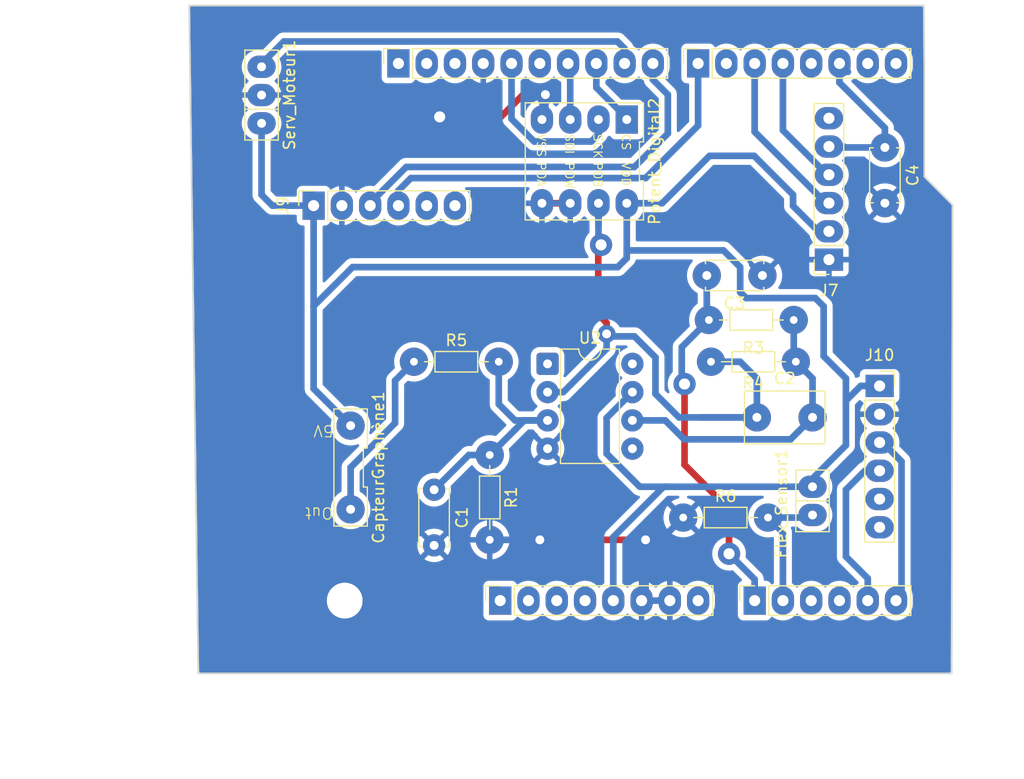
<source format=kicad_pcb>
(kicad_pcb (version 20241229) (generator "pcbnew") (generator_version "9.0")
  (title_block (date "mar. 31 mars 2015"))
  (layers (0 "F.Cu" signal) (2 "B.Cu" signal) (13 "F.Paste" user) (15 "B.Paste" user) (5 "F.SilkS" user "F.Silkscreen") (7 "B.SilkS" user "B.Silkscreen") (1 "F.Mask" user) (3 "B.Mask" user) (25 "Edge.Cuts" user))
  (net 0 "")
  (net 1 "GND")
  (net 3 "/IOREF")
  (net 4 "Net-(U2-+IN)")
  (net 5 "/A2")
  (net 6 "/A3")
  (net 7 "Net-(U2-OUT)")
  (net 8 "5V")
  (net 9 "SDI")
  (net 10 "/AREF")
  (net 11 "SCL")
  (net 12 "RXD")
  (net 13 "CS")
  (net 14 "SDA")
  (net 15 "/*6")
  (net 16 "/TX{slash}1")
  (net 17 "/*3")
  (net 18 "/RX{slash}0")
  (net 19 "+3V3")
  (net 20 "VCC")
  (net 21 "/~{RESET}")
  (net 22 "AmpliOut")
  (net 23 "A1")
  (net 24 "CLK")
  (net 25 "DATA")
  (net 26 "SW")
  (net 32 "Net-(CapteurGraphène1-Out)")
  (net 36 "R2")
  (net 37 "/12")
  (net 38 "SCK")
  (net 39 "TXD")
  (net 40 "Vout_Servo")
  (footprint "Connector_PinSocket_2.54mm:PinSocket_1x08_P2.54mm_Vertical" (layer "F.Cu") (at 127.94 97.46 90)
    (property "Reference" "J1" (hide yes))
    (property "Value" "Power")
    (fp_line (start 1.33 -1.33) (end 1.33 0) (stroke (width 0.12)) (layer "F.SilkS"))
    (fp_line (start 0 -1.33) (end 1.33 -1.33) (stroke (width 0.12)) (layer "F.SilkS"))
    (fp_line (start 1.33 1.27) (end 1.33 19.11) (stroke (width 0.12)) (layer "F.SilkS"))
    (fp_line (start -1.33 1.27) (end 1.33 1.27) (stroke (width 0.12)) (layer "F.SilkS"))
    (fp_line (start -1.33 1.27) (end -1.33 19.11) (stroke (width 0.12)) (layer "F.SilkS"))
    (fp_line (start -1.33 19.11) (end 1.33 19.11) (stroke (width 0.12)) (layer "F.SilkS"))
    (pad "1" thru_hole rect (at 0 0 90) (size 2.54 2) (drill 1) (layers "*.Cu" "*.Mask"))
    (pad "2" thru_hole oval (at 0 2.54 90) (size 2.54 2) (drill 1) (layers "*.Cu" "*.Mask") (net 3 "/IOREF"))
    (pad "3" thru_hole oval (at 0 5.08 90) (size 2.54 2) (drill 1) (layers "*.Cu" "*.Mask") (net 21 "/~{RESET}"))
    (pad "4" thru_hole oval (at 0 7.62 90) (size 2.54 2) (drill 1) (layers "*.Cu" "*.Mask") (net 19 "+3V3"))
    (pad "5" thru_hole oval (at 0 10.16 90) (size 2.54 2) (drill 1) (layers "*.Cu" "*.Mask") (net 8 "5V"))
    (pad "6" thru_hole oval (at 0 12.7 90) (size 2.54 2) (drill 1) (layers "*.Cu" "*.Mask") (net 1 "GND"))
    (pad "7" thru_hole oval (at 0 15.24 90) (size 2.54 2) (drill 1) (layers "*.Cu" "*.Mask") (net 1 "GND"))
    (pad "8" thru_hole oval (at 0 17.78 90) (size 2.54 2) (drill 1) (layers "*.Cu" "*.Mask") (net 20 "VCC"))
  )
  (footprint "Connector_PinSocket_2.54mm:PinSocket_1x06_P2.54mm_Vertical" (layer "F.Cu") (at 150.8 97.46 90)
    (property "Reference" "J3" (hide yes))
    (property "Value" "Analog")
    (fp_line (start 1.33 -1.33) (end 1.33 0) (stroke (width 0.12)) (layer "F.SilkS"))
    (fp_line (start 0 -1.33) (end 1.33 -1.33) (stroke (width 0.12)) (layer "F.SilkS"))
    (fp_line (start 1.33 1.27) (end 1.33 14.03) (stroke (width 0.12)) (layer "F.SilkS"))
    (fp_line (start -1.33 1.27) (end 1.33 1.27) (stroke (width 0.12)) (layer "F.SilkS"))
    (fp_line (start -1.33 1.27) (end -1.33 14.03) (stroke (width 0.12)) (layer "F.SilkS"))
    (fp_line (start -1.33 14.03) (end 1.33 14.03) (stroke (width 0.12)) (layer "F.SilkS"))
    (pad "1" thru_hole rect (at 0 0 90) (size 2.54 2) (drill 1) (layers "*.Cu" "*.Mask") (net 22 "AmpliOut"))
    (pad "2" thru_hole oval (at 0 2.54 90) (size 2.54 2) (drill 1) (layers "*.Cu" "*.Mask") (net 23 "A1"))
    (pad "3" thru_hole oval (at 0 5.08 90) (size 2.54 2) (drill 1) (layers "*.Cu" "*.Mask") (net 5 "/A2"))
    (pad "4" thru_hole oval (at 0 7.62 90) (size 2.54 2) (drill 1) (layers "*.Cu" "*.Mask") (net 6 "/A3"))
    (pad "5" thru_hole oval (at 0 10.16 90) (size 2.54 2) (drill 1) (layers "*.Cu" "*.Mask") (net 14 "SDA"))
    (pad "6" thru_hole oval (at 0 12.7 90) (size 2.54 2) (drill 1) (layers "*.Cu" "*.Mask") (net 11 "SCL"))
  )
  (footprint "Connector_PinSocket_2.54mm:PinSocket_1x10_P2.54mm_Vertical" (layer "F.Cu") (at 118.796 49.2 90)
    (property "Reference" "J2" (hide yes))
    (property "Value" "Digital/PWM")
    (fp_line (start 1.33 -1.33) (end 1.33 0) (stroke (width 0.12)) (layer "F.SilkS"))
    (fp_line (start 0 -1.33) (end 1.33 -1.33) (stroke (width 0.12)) (layer "F.SilkS"))
    (fp_line (start 1.33 1.27) (end 1.33 24.19) (stroke (width 0.12)) (layer "F.SilkS"))
    (fp_line (start -1.33 1.27) (end 1.33 1.27) (stroke (width 0.12)) (layer "F.SilkS"))
    (fp_line (start -1.33 1.27) (end -1.33 24.19) (stroke (width 0.12)) (layer "F.SilkS"))
    (fp_line (start -1.33 24.19) (end 1.33 24.19) (stroke (width 0.12)) (layer "F.SilkS"))
    (pad "1" thru_hole rect (at 0 0 90) (size 2.54 2) (drill 1) (layers "*.Cu" "*.Mask") (net 11 "SCL"))
    (pad "2" thru_hole oval (at 0 2.54 90) (size 2.54 2) (drill 1) (layers "*.Cu" "*.Mask") (net 14 "SDA"))
    (pad "3" thru_hole oval (at 0 5.08 90) (size 2.54 2) (drill 1) (layers "*.Cu" "*.Mask") (net 10 "/AREF"))
    (pad "4" thru_hole oval (at 0 7.62 90) (size 2.54 2) (drill 1) (layers "*.Cu" "*.Mask") (net 1 "GND"))
    (pad "5" thru_hole oval (at 0 10.16 90) (size 2.54 2) (drill 1) (layers "*.Cu" "*.Mask") (net 38 "SCK"))
    (pad "6" thru_hole oval (at 0 12.7 90) (size 2.54 2) (drill 1) (layers "*.Cu" "*.Mask") (net 37 "/12"))
    (pad "7" thru_hole oval (at 0 15.24 90) (size 2.54 2) (drill 1) (layers "*.Cu" "*.Mask") (net 9 "SDI"))
    (pad "8" thru_hole oval (at 0 17.78 90) (size 2.54 2) (drill 1) (layers "*.Cu" "*.Mask") (net 13 "CS"))
    (pad "9" thru_hole oval (at 0 20.32 90) (size 2.54 2) (drill 1) (layers "*.Cu" "*.Mask") (net 40 "Vout_Servo"))
    (pad "10" thru_hole oval (at 0 22.86 90) (size 2.54 2) (drill 1) (layers "*.Cu" "*.Mask") (net 39 "TXD"))
  )
  (footprint "Connector_PinSocket_2.54mm:PinSocket_1x08_P2.54mm_Vertical" (layer "F.Cu") (at 145.72 49.2 90)
    (property "Reference" "J4" (hide yes))
    (property "Value" "Digital/PWM")
    (fp_line (start 1.33 -1.33) (end 1.33 0) (stroke (width 0.12)) (layer "F.SilkS"))
    (fp_line (start 0 -1.33) (end 1.33 -1.33) (stroke (width 0.12)) (layer "F.SilkS"))
    (fp_line (start 1.33 1.27) (end 1.33 19.11) (stroke (width 0.12)) (layer "F.SilkS"))
    (fp_line (start -1.33 1.27) (end 1.33 1.27) (stroke (width 0.12)) (layer "F.SilkS"))
    (fp_line (start -1.33 1.27) (end -1.33 19.11) (stroke (width 0.12)) (layer "F.SilkS"))
    (fp_line (start -1.33 19.11) (end 1.33 19.11) (stroke (width 0.12)) (layer "F.SilkS"))
    (pad "1" thru_hole rect (at 0 0 90) (size 2.54 2) (drill 1) (layers "*.Cu" "*.Mask") (net 12 "RXD"))
    (pad "2" thru_hole oval (at 0 2.54 90) (size 2.54 2) (drill 1) (layers "*.Cu" "*.Mask") (net 15 "/*6"))
    (pad "3" thru_hole oval (at 0 5.08 90) (size 2.54 2) (drill 1) (layers "*.Cu" "*.Mask") (net 26 "SW"))
    (pad "4" thru_hole oval (at 0 7.62 90) (size 2.54 2) (drill 1) (layers "*.Cu" "*.Mask") (net 25 "DATA"))
    (pad "5" thru_hole oval (at 0 10.16 90) (size 2.54 2) (drill 1) (layers "*.Cu" "*.Mask") (net 17 "/*3"))
    (pad "6" thru_hole oval (at 0 12.7 90) (size 2.54 2) (drill 1) (layers "*.Cu" "*.Mask") (net 24 "CLK"))
    (pad "7" thru_hole oval (at 0 15.24 90) (size 2.54 2) (drill 1) (layers "*.Cu" "*.Mask") (net 16 "/TX{slash}1"))
    (pad "8" thru_hole oval (at 0 17.78 90) (size 2.54 2) (drill 1) (layers "*.Cu" "*.Mask") (net 18 "/RX{slash}0"))
  )
  (footprint "LibraryEmpreinte:Servomoteur" (layer "F.Cu") (at 106.5 52.04 90)
    (property "Reference" "Serv_Moteur1" (at 0 2.5 90) (layer "F.SilkS"))
    (property "Value" "~")
    (fp_line (start 4.04 -1.5) (end 4.04 1.5) (stroke (width 0.12)) (layer "F.SilkS"))
    (fp_line (start -1.27 -1.5) (end -1.27 1.5) (stroke (width 0.12)) (layer "F.SilkS"))
    (fp_line (start -4.04 -1.5) (end 4.04 -1.5) (stroke (width 0.12)) (layer "F.SilkS"))
    (fp_line (start 4.04 1.5) (end -4.04 1.5) (stroke (width 0.12)) (layer "F.SilkS"))
    (fp_line (start -4.04 1.5) (end -4.04 -1.5) (stroke (width 0.12)) (layer "F.SilkS"))
    (pad "1" thru_hole oval (at -2.54 0 90) (size 2 2.54) (drill 0.8) (layers "*.Cu" "*.Mask") (net 8 "5V"))
    (pad "2" thru_hole oval (at 0 0 90) (size 2 2.54) (drill 0.8) (layers "*.Cu" "*.Mask") (net 1 "GND"))
    (pad "3" thru_hole oval (at 2.54 0 90) (size 2 2.54) (drill 0.8) (layers "*.Cu" "*.Mask") (net 40 "Vout_Servo"))
  )
  (footprint "Capacitor_THT:C_Disc_D5.0mm_W2.5mm_P5.00mm" (layer "F.Cu") (at 151.5 68.25 180)
    (property "Reference" "C3" (at 2.5 -2.5 0) (layer "F.SilkS"))
    (property "Value" "100n")
    (fp_line (start 5.12 1.055) (end 5.12 1.37) (stroke (width 0.12)) (layer "F.SilkS"))
    (fp_line (start 5.12 -1.37) (end 5.12 -1.055) (stroke (width 0.12)) (layer "F.SilkS"))
    (fp_line (start -0.12 1.37) (end 5.12 1.37) (stroke (width 0.12)) (layer "F.SilkS"))
    (fp_line (start -0.12 1.055) (end -0.12 1.37) (stroke (width 0.12)) (layer "F.SilkS"))
    (fp_line (start -0.12 -1.37) (end 5.12 -1.37) (stroke (width 0.12)) (layer "F.SilkS"))
    (fp_line (start -0.12 -1.37) (end -0.12 -1.055) (stroke (width 0.12)) (layer "F.SilkS"))
    (pad "1" thru_hole circle (at 0 0 180) (size 2.54 2.54) (drill 0.8) (layers "*.Cu" "*.Mask") (net 1 "GND"))
    (pad "2" thru_hole circle (at 5 0 180) (size 2.54 2.54) (drill 0.8) (layers "*.Cu" "*.Mask") (net 22 "AmpliOut"))
  )
  (footprint "Resistor_THT:R_Axial_DIN0204_L3.6mm_D1.6mm_P7.62mm_Horizontal" (layer "F.Cu") (at 127 84.38 -90)
    (property "Reference" "R1" (at 3.81 -1.92 90) (layer "F.SilkS"))
    (property "Value" "100k")
    (fp_line (start 1.89 0.92) (end 5.73 0.92) (stroke (width 0.12)) (layer "F.SilkS"))
    (fp_line (start 5.73 0.92) (end 5.73 -0.92) (stroke (width 0.12)) (layer "F.SilkS"))
    (fp_line (start 0.94 0) (end 1.89 0) (stroke (width 0.12)) (layer "F.SilkS"))
    (fp_line (start 6.68 0) (end 5.73 0) (stroke (width 0.12)) (layer "F.SilkS"))
    (fp_line (start 1.89 -0.92) (end 1.89 0.92) (stroke (width 0.12)) (layer "F.SilkS"))
    (fp_line (start 5.73 -0.92) (end 1.89 -0.92) (stroke (width 0.12)) (layer "F.SilkS"))
    (pad "1" thru_hole circle (at 0 0 270) (size 2.54 2.54) (drill 0.7) (layers "*.Cu" "*.Mask") (net 4 "Net-(U2-+IN)"))
    (pad "2" thru_hole oval (at 7.62 0 270) (size 2.54 2.54) (drill 0.7) (layers "*.Cu" "*.Mask") (net 1 "GND"))
  )
  (footprint "Resistor_THT:R_Axial_DIN0204_L3.6mm_D1.6mm_P7.62mm_Horizontal" (layer "F.Cu") (at 154.31 72.25 180)
    (property "Reference" "R3" (at 3.62 -2.5 0) (layer "F.SilkS"))
    (property "Value" "100k")
    (fp_line (start 6.68 0) (end 5.73 0) (stroke (width 0.12)) (layer "F.SilkS"))
    (fp_line (start 5.73 0.92) (end 5.73 -0.92) (stroke (width 0.12)) (layer "F.SilkS"))
    (fp_line (start 5.73 -0.92) (end 1.89 -0.92) (stroke (width 0.12)) (layer "F.SilkS"))
    (fp_line (start 1.89 0.92) (end 5.73 0.92) (stroke (width 0.12)) (layer "F.SilkS"))
    (fp_line (start 1.89 -0.92) (end 1.89 0.92) (stroke (width 0.12)) (layer "F.SilkS"))
    (fp_line (start 0.94 0) (end 1.89 0) (stroke (width 0.12)) (layer "F.SilkS"))
    (pad "1" thru_hole circle (at 0 0 180) (size 2.54 2.54) (drill 0.7) (layers "*.Cu" "*.Mask") (net 7 "Net-(U2-OUT)"))
    (pad "2" thru_hole oval (at 7.62 0 180) (size 2.54 2.54) (drill 0.7) (layers "*.Cu" "*.Mask") (net 22 "AmpliOut"))
  )
  (footprint "Capacitor_THT:C_Disc_D4.7mm_W2.5mm_P5.00mm" (layer "F.Cu") (at 162.5 56.75 -90)
    (property "Reference" "C4" (at 2.5 -2.5 270) (layer "F.SilkS"))
    (property "Value" "100n")
    (fp_line (start 0.03 1.37) (end 4.97 1.37) (stroke (width 0.12)) (layer "F.SilkS"))
    (fp_line (start 0.03 1.055) (end 0.03 1.37) (stroke (width 0.12)) (layer "F.SilkS"))
    (fp_line (start 4.97 1.055) (end 4.97 1.37) (stroke (width 0.12)) (layer "F.SilkS"))
    (fp_line (start 0.03 -1.37) (end 0.03 -1.055) (stroke (width 0.12)) (layer "F.SilkS"))
    (fp_line (start 0.03 -1.37) (end 4.97 -1.37) (stroke (width 0.12)) (layer "F.SilkS"))
    (fp_line (start 4.97 -1.37) (end 4.97 -1.055) (stroke (width 0.12)) (layer "F.SilkS"))
    (pad "1" thru_hole circle (at 0 0 270) (size 2.54 2.54) (drill 0.8) (layers "*.Cu" "*.Mask") (net 24 "CLK"))
    (pad "2" thru_hole circle (at 5 0 270) (size 2.54 2.54) (drill 0.8) (layers "*.Cu" "*.Mask") (net 1 "GND"))
  )
  (footprint "kicad_footprints:Bluetooth HC-05" (layer "F.Cu") (at 111.175 61.975 90)
    (property "Reference" "J9" (at 0 -2.77 90) (layer "F.SilkS"))
    (property "Value" "BT1")
    (fp_line (start 1.33 -1.33) (end 1.33 0) (stroke (width 0.12)) (layer "F.SilkS"))
    (fp_line (start 0 -1.33) (end 1.33 -1.33) (stroke (width 0.12)) (layer "F.SilkS"))
    (fp_line (start 1.33 1.27) (end 1.33 14.03) (stroke (width 0.12)) (layer "F.SilkS"))
    (fp_line (start -1.33 1.27) (end 1.33 1.27) (stroke (width 0.12)) (layer "F.SilkS"))
    (fp_line (start -1.33 1.27) (end -1.33 14.03) (stroke (width 0.12)) (layer "F.SilkS"))
    (fp_line (start -1.33 14.03) (end 1.33 14.03) (stroke (width 0.12)) (layer "F.SilkS"))
    (pad "1" thru_hole rect (at 0 0 90) (size 2.54 2) (drill 1) (layers "*.Cu" "*.Mask") (net 8 "5V"))
    (pad "2" thru_hole oval (at 0 2.54 90) (size 2.54 2) (drill 1) (layers "*.Cu" "*.Mask") (net 1 "GND"))
    (pad "3" thru_hole oval (at 0 5.08 90) (size 2.54 2) (drill 1) (layers "*.Cu" "*.Mask") (net 39 "TXD"))
    (pad "4" thru_hole oval (at 0 7.62 90) (size 2.54 2) (drill 1) (layers "*.Cu" "*.Mask") (net 12 "RXD"))
    (pad "5" thru_hole oval (at 0 10.16 90) (size 2.54 2) (drill 1) (layers "*.Cu" "*.Mask"))
    (pad "6" thru_hole oval (at 0 12.7 90) (size 2.54 2) (drill 1) (layers "*.Cu" "*.Mask"))
  )
  (footprint "Capacitor_THT:C_Rect_L7.0mm_W4.5mm_P5.00mm" (layer "F.Cu") (at 151 81)
    (property "Reference" "C2" (at 2.5 -3.5 0) (layer "F.SilkS"))
    (property "Value" "1µ")
    (fp_line (start -1.12 -2.37) (end -1.12 2.37) (stroke (width 0.12)) (layer "F.SilkS"))
    (fp_line (start -1.12 -2.37) (end 6.12 -2.37) (stroke (width 0.12)) (layer "F.SilkS"))
    (fp_line (start -1.12 2.37) (end 6.12 2.37) (stroke (width 0.12)) (layer "F.SilkS"))
    (fp_line (start 6.12 -2.37) (end 6.12 2.37) (stroke (width 0.12)) (layer "F.SilkS"))
    (pad "1" thru_hole circle (at 0 0) (size 2.54 2.54) (drill 0.8) (layers "*.Cu" "*.Mask") (net 36 "R2"))
    (pad "2" thru_hole circle (at 5 0) (size 2.54 2.54) (drill 0.8) (layers "*.Cu" "*.Mask") (net 7 "Net-(U2-OUT)"))
  )
  (footprint "Capacitor_THT:C_Disc_D5.0mm_W2.5mm_P5.00mm" (layer "F.Cu") (at 122 87.5 -90)
    (property "Reference" "C1" (at 2.5 -2.5 270) (layer "F.SilkS"))
    (property "Value" "100n")
    (fp_line (start -0.12 1.37) (end 5.12 1.37) (stroke (width 0.12)) (layer "F.SilkS"))
    (fp_line (start -0.12 1.055) (end -0.12 1.37) (stroke (width 0.12)) (layer "F.SilkS"))
    (fp_line (start 5.12 1.055) (end 5.12 1.37) (stroke (width 0.12)) (layer "F.SilkS"))
    (fp_line (start -0.12 -1.37) (end -0.12 -1.055) (stroke (width 0.12)) (layer "F.SilkS"))
    (fp_line (start -0.12 -1.37) (end 5.12 -1.37) (stroke (width 0.12)) (layer "F.SilkS"))
    (fp_line (start 5.12 -1.37) (end 5.12 -1.055) (stroke (width 0.12)) (layer "F.SilkS"))
    (pad "1" thru_hole circle (at 0 0 270) (size 2 2) (drill 0.8) (layers "*.Cu" "*.Mask") (net 4 "Net-(U2-+IN)"))
    (pad "2" thru_hole circle (at 5 0 270) (size 2 2) (drill 0.8) (layers "*.Cu" "*.Mask") (net 1 "GND"))
  )
  (footprint "Package_DIP:DIP-8_W7.62mm" (layer "F.Cu") (at 132.195 76.19)
    (property "Reference" "U2" (at 3.81 -2.33 0) (layer "F.SilkS"))
    (property "Value" "LTC1050CN8")
    (fp_line (start 1.16 -1.33) (end 1.16 8.95) (stroke (width 0.12)) (layer "F.SilkS"))
    (fp_line (start 1.16 8.95) (end 6.46 8.95) (stroke (width 0.12)) (layer "F.SilkS"))
    (fp_line (start 2.81 -1.33) (end 1.16 -1.33) (stroke (width 0.12)) (layer "F.SilkS"))
    (fp_line (start 6.46 -1.33) (end 4.81 -1.33) (stroke (width 0.12)) (layer "F.SilkS"))
    (fp_line (start 6.46 8.95) (end 6.46 -1.33) (stroke (width 0.12)) (layer "F.SilkS"))
    (fp_arc (start 4.81 -1.33) (mid 3.81 -0.33) (end 2.81 -1.33) (stroke (width 0.12)) (layer "F.SilkS"))
    (pad "1" thru_hole roundrect (at 0 0) (size 2 2) (drill 0.8) (layers "*.Cu" "*.Mask") (roundrect_rratio 0.15625))
    (pad "2" thru_hole circle (at 0 2.54) (size 2 2) (drill 0.8) (layers "*.Cu" "*.Mask") (net 36 "R2"))
    (pad "3" thru_hole circle (at 0 5.08) (size 2 2) (drill 0.8) (layers "*.Cu" "*.Mask") (net 4 "Net-(U2-+IN)"))
    (pad "4" thru_hole circle (at 0 7.62) (size 2 2) (drill 0.8) (layers "*.Cu" "*.Mask") (net 1 "GND"))
    (pad "5" thru_hole circle (at 7.62 7.62) (size 2 2) (drill 0.8) (layers "*.Cu" "*.Mask"))
    (pad "6" thru_hole circle (at 7.62 5.08) (size 2 2) (drill 0.8) (layers "*.Cu" "*.Mask") (net 7 "Net-(U2-OUT)"))
    (pad "7" thru_hole circle (at 7.62 2.54) (size 2 2) (drill 0.8) (layers "*.Cu" "*.Mask") (net 8 "5V"))
    (pad "8" thru_hole circle (at 7.62 0) (size 2 2) (drill 0.8) (layers "*.Cu" "*.Mask"))
  )
  (footprint "kicad_footprints:Bluetooth HC-05" (layer "F.Cu") (at 157.475 66.825 180)
    (property "Reference" "J7" (at 0 -2.77 0) (layer "F.SilkS"))
    (property "Value" "Encodeur1")
    (fp_line (start 1.33 1.27) (end 1.33 14.03) (stroke (width 0.12)) (layer "F.SilkS"))
    (fp_line (start 1.33 -1.33) (end 1.33 0) (stroke (width 0.12)) (layer "F.SilkS"))
    (fp_line (start 0 -1.33) (end 1.33 -1.33) (stroke (width 0.12)) (layer "F.SilkS"))
    (fp_line (start -1.33 14.03) (end 1.33 14.03) (stroke (width 0.12)) (layer "F.SilkS"))
    (fp_line (start -1.33 1.27) (end 1.33 1.27) (stroke (width 0.12)) (layer "F.SilkS"))
    (fp_line (start -1.33 1.27) (end -1.33 14.03) (stroke (width 0.12)) (layer "F.SilkS"))
    (pad "1" thru_hole rect (at 0 0 180) (size 2.54 2) (drill 1) (layers "*.Cu" "*.Mask") (net 1 "GND"))
    (pad "2" thru_hole oval (at 0 2.54 180) (size 2.54 2) (drill 1) (layers "*.Cu" "*.Mask") (net 8 "5V"))
    (pad "3" thru_hole oval (at 0 5.08 180) (size 2.54 2) (drill 1) (layers "*.Cu" "*.Mask") (net 26 "SW"))
    (pad "4" thru_hole oval (at 0 7.62 180) (size 2.54 2) (drill 1) (layers "*.Cu" "*.Mask") (net 25 "DATA"))
    (pad "5" thru_hole oval (at 0 10.16 180) (size 2.54 2) (drill 1) (layers "*.Cu" "*.Mask") (net 24 "CLK"))
    (pad "6" thru_hole oval (at 0 12.7 180) (size 2.54 2) (drill 1) (layers "*.Cu" "*.Mask"))
  )
  (footprint "Resistor_THT:R_Axial_DIN0204_L3.6mm_D1.6mm_P7.62mm_Horizontal" (layer "F.Cu") (at 154.5 76 180)
    (property "Reference" "R4" (at 3.81 -1.92 0) (layer "F.SilkS"))
    (property "Value" "100k")
    (fp_line (start 6.68 0) (end 5.73 0) (stroke (width 0.12)) (layer "F.SilkS"))
    (fp_line (start 5.73 0.92) (end 5.73 -0.92) (stroke (width 0.12)) (layer "F.SilkS"))
    (fp_line (start 5.73 -0.92) (end 1.89 -0.92) (stroke (width 0.12)) (layer "F.SilkS"))
    (fp_line (start 1.89 0.92) (end 5.73 0.92) (stroke (width 0.12)) (layer "F.SilkS"))
    (fp_line (start 1.89 -0.92) (end 1.89 0.92) (stroke (width 0.12)) (layer "F.SilkS"))
    (fp_line (start 0.94 0) (end 1.89 0) (stroke (width 0.12)) (layer "F.SilkS"))
    (pad "1" thru_hole circle (at 0 0 180) (size 2.54 2.54) (drill 0.7) (layers "*.Cu" "*.Mask") (net 7 "Net-(U2-OUT)"))
    (pad "2" thru_hole oval (at 7.62 0 180) (size 2.54 2.54) (drill 0.7) (layers "*.Cu" "*.Mask") (net 36 "R2"))
  )
  (footprint "kicad_footprints:Bluetooth HC-05" (layer "F.Cu") (at 162.025 78.175)
    (property "Reference" "J10" (at 0 -2.77 0) (layer "F.SilkS"))
    (property "Value" "OLED1")
    (fp_line (start -1.33 1.27) (end -1.33 14.03) (stroke (width 0.12)) (layer "F.SilkS"))
    (fp_line (start -1.33 1.27) (end 1.33 1.27) (stroke (width 0.12)) (layer "F.SilkS"))
    (fp_line (start -1.33 14.03) (end 1.33 14.03) (stroke (width 0.12)) (layer "F.SilkS"))
    (fp_line (start 0 -1.33) (end 1.33 -1.33) (stroke (width 0.12)) (layer "F.SilkS"))
    (fp_line (start 1.33 -1.33) (end 1.33 0) (stroke (width 0.12)) (layer "F.SilkS"))
    (fp_line (start 1.33 1.27) (end 1.33 14.03) (stroke (width 0.12)) (layer "F.SilkS"))
    (pad "1" thru_hole rect (at 0 0) (size 2.54 2) (drill 1) (layers "*.Cu" "*.Mask") (net 8 "5V"))
    (pad "2" thru_hole oval (at 0 2.54) (size 2.54 2) (drill 1) (layers "*.Cu" "*.Mask") (net 1 "GND"))
    (pad "3" thru_hole oval (at 0 5.08) (size 2.54 2) (drill 1) (layers "*.Cu" "*.Mask") (net 11 "SCL"))
    (pad "4" thru_hole oval (at 0 7.62) (size 2.54 2) (drill 1) (layers "*.Cu" "*.Mask") (net 14 "SDA"))
    (pad "5" thru_hole oval (at 0 10.16) (size 2.54 2) (drill 1) (layers "*.Cu" "*.Mask"))
    (pad "6" thru_hole oval (at 0 12.7) (size 2.54 2) (drill 1) (layers "*.Cu" "*.Mask"))
  )
  (footprint "Resistor_THT:R_Axial_DIN0204_L3.6mm_D1.6mm_P7.62mm_Horizontal" (layer "F.Cu") (at 144.38 90)
    (property "Reference" "R6" (at 3.81 -1.92 0) (layer "F.SilkS"))
    (property "Value" "10k")
    (fp_line (start 0.94 0) (end 1.89 0) (stroke (width 0.12)) (layer "F.SilkS"))
    (fp_line (start 1.89 -0.92) (end 1.89 0.92) (stroke (width 0.12)) (layer "F.SilkS"))
    (fp_line (start 1.89 0.92) (end 5.73 0.92) (stroke (width 0.12)) (layer "F.SilkS"))
    (fp_line (start 5.73 -0.92) (end 1.89 -0.92) (stroke (width 0.12)) (layer "F.SilkS"))
    (fp_line (start 5.73 0.92) (end 5.73 -0.92) (stroke (width 0.12)) (layer "F.SilkS"))
    (fp_line (start 6.68 0) (end 5.73 0) (stroke (width 0.12)) (layer "F.SilkS"))
    (pad "1" thru_hole circle (at 0 0) (size 2.54 2.54) (drill 0.7) (layers "*.Cu" "*.Mask") (net 1 "GND"))
    (pad "2" thru_hole oval (at 7.62 0) (size 2.54 2.54) (drill 0.7) (layers "*.Cu" "*.Mask") (net 23 "A1"))
  )
  (footprint "LibraryEmpreinte:Potentiometre_Digital3" (layer "F.Cu") (at 135.5 58 180)
    (property "Reference" "Potent_Digital2" (at -6.31 0 90) (layer "F.SilkS"))
    (property "Value" "~")
    (fp_line (start 5.31 5.26) (end 5.31 -5.26) (stroke (width 0.12)) (layer "F.SilkS"))
    (fp_line (start 5.31 -5.26) (end -5.31 -5.26) (stroke (width 0.12)) (layer "F.SilkS"))
    (fp_line (start -4.95 1.753333) (end -5.31 1.753333) (stroke (width 0.12)) (layer "F.SilkS"))
    (fp_line (start -4.95 -1.753333) (end -4.95 1.753333) (stroke (width 0.12)) (layer "F.SilkS"))
    (fp_line (start -5.31 5.26) (end 5.31 5.26) (stroke (width 0.12)) (layer "F.SilkS"))
    (fp_line (start -5.31 1.753333) (end -5.31 5.26) (stroke (width 0.12)) (layer "F.SilkS"))
    (fp_line (start -5.31 -1.753333) (end -4.95 -1.753333) (stroke (width 0.12)) (layer "F.SilkS"))
    (fp_line (start -5.31 -5.26) (end -5.31 -1.753333) (stroke (width 0.12)) (layer "F.SilkS"))
    (fp_text user "VSS" (at 4.318 2.54 270) (layer "F.SilkS") (effects (font (size 0.75 0.75) (thickness 0.1)) (justify left bottom)))
    (fp_text user "CS" (at -3.302 2.54 270) (layer "F.SilkS") (effects (font (size 0.75 0.75) (thickness 0.1)) (justify left bottom)))
    (fp_text user "SCK" (at -0.762 2.54 270) (layer "F.SilkS") (effects (font (size 0.75 0.75) (thickness 0.1)) (justify left bottom)))
    (fp_text user "SDI" (at 1.778 2.54 270) (layer "F.SilkS") (effects (font (size 0.75 0.75) (thickness 0.1)) (justify left bottom)))
    (fp_text user "VDD" (at -3.302 0 270) (layer "F.SilkS") (effects (font (size 0.75 0.75) (thickness 0.1)) (justify left bottom)))
    (fp_text user "POW" (at 1.778 0 270) (layer "F.SilkS") (effects (font (size 0.75 0.75) (thickness 0.1)) (justify left bottom)))
    (fp_text user "POA" (at 4.318 0 270) (layer "F.SilkS") (effects (font (size 0.75 0.75) (thickness 0.1)) (justify left bottom)))
    (fp_text user "POB" (at -0.762 0 270) (layer "F.SilkS") (effects (font (size 0.75 0.75) (thickness 0.1)) (justify left bottom)))
    (pad "1" thru_hole rect (at -3.81 3.76 180) (size 2 2.54) (drill 0.8) (layers "*.Cu" "*.Mask") (net 13 "CS"))
    (pad "2" thru_hole oval (at -1.27 3.76 180) (size 2 2.54) (drill 0.8) (layers "*.Cu" "*.Mask") (net 38 "SCK"))
    (pad "3" thru_hole oval (at 1.27 3.76 180) (size 2 2.54) (drill 0.8) (layers "*.Cu" "*.Mask") (net 9 "SDI"))
    (pad "4" thru_hole oval (at 3.81 3.76 180) (size 2 2.54) (drill 0.8) (layers "*.Cu" "*.Mask") (net 1 "GND"))
    (pad "5" thru_hole oval (at 3.81 -3.76 180) (size 2 2.54) (drill 0.8) (layers "*.Cu" "*.Mask") (net 1 "GND"))
    (pad "6" thru_hole oval (at 1.27 -3.76 180) (size 2 2.54) (drill 0.8) (layers "*.Cu" "*.Mask") (net 1 "GND"))
    (pad "7" thru_hole oval (at -1.27 -3.76 180) (size 2 2.54) (drill 0.8) (layers "*.Cu" "*.Mask") (net 36 "R2"))
    (pad "8" thru_hole oval (at -3.81 -3.76 180) (size 2 2.54) (drill 0.8) (layers "*.Cu" "*.Mask") (net 8 "5V"))
  )
  (footprint "LibraryEmpreinte:SIP-2" (layer "F.Cu") (at 156 88.5 -90)
    (property "Reference" "Flex_Sensor1" (at 0.254 2.794 90) (layer "F.SilkS"))
    (property "Value" "~" (hide yes))
    (fp_line (start -2.77 1.5) (end -2.77 -1.5) (stroke (width 0.12)) (layer "F.SilkS"))
    (fp_line (start 2.77 1.5) (end -2.77 1.5) (stroke (width 0.12)) (layer "F.SilkS"))
    (fp_line (start -2.77 -1.5) (end 2.77 -1.5) (stroke (width 0.12)) (layer "F.SilkS"))
    (fp_line (start 0 -1.5) (end 0 1.5) (stroke (width 0.12)) (layer "F.SilkS"))
    (fp_line (start 2.77 -1.5) (end 2.77 1.5) (stroke (width 0.12)) (layer "F.SilkS"))
    (pad "1" thru_hole oval (at -1.27 0 270) (size 2 2.54) (drill 0.8) (layers "*.Cu" "*.Mask") (net 8 "5V"))
    (pad "2" thru_hole oval (at 1.27 0 270) (size 2 2.54) (drill 0.8) (layers "*.Cu" "*.Mask") (net 23 "A1"))
  )
  (footprint "Resistor_THT:R_Axial_DIN0204_L3.6mm_D1.6mm_P7.62mm_Horizontal" (layer "F.Cu") (at 120.19 76)
    (property "Reference" "R5" (at 3.81 -1.92 0) (layer "F.SilkS"))
    (property "Value" "10k")
    (fp_line (start 0.94 0) (end 1.89 0) (stroke (width 0.12)) (layer "F.SilkS"))
    (fp_line (start 1.89 -0.92) (end 1.89 0.92) (stroke (width 0.12)) (layer "F.SilkS"))
    (fp_line (start 1.89 0.92) (end 5.73 0.92) (stroke (width 0.12)) (layer "F.SilkS"))
    (fp_line (start 5.73 -0.92) (end 1.89 -0.92) (stroke (width 0.12)) (layer "F.SilkS"))
    (fp_line (start 5.73 0.92) (end 5.73 -0.92) (stroke (width 0.12)) (layer "F.SilkS"))
    (fp_line (start 6.68 0) (end 5.73 0) (stroke (width 0.12)) (layer "F.SilkS"))
    (pad "1" thru_hole circle (at 0 0) (size 2.54 2.54) (drill 0.7) (layers "*.Cu" "*.Mask") (net 32 "Net-(CapteurGraphène1-Out)"))
    (pad "2" thru_hole oval (at 7.62 0) (size 2.54 2.54) (drill 0.7) (layers "*.Cu" "*.Mask") (net 4 "Net-(U2-+IN)"))
  )
  (footprint "Arduino_MountingHole:MountingHole_3.2mm" (layer "F.Cu") (at 113.97 97.46)
    (property "Reference" "MH2" (hide yes))
    (property "Value" "MountingHole_3.2mm" (hide yes))
    (pad "" np_thru_hole circle (at 0 0) (size 3.2 3.2) (drill 3.2) (layers "*.Cu" "*.Mask"))
  )
  (footprint "LibraryEmpreinte:capp_graph" (layer "F.Cu") (at 114.5 85.5 180)
    (property "Reference" "CapteurGraphène1" (at -2.5 0 90) (layer "F.SilkS"))
    (property "Value" "~")
    (fp_line (start 1.5 -5.26) (end -1.499999 -5.26) (stroke (width 0.12)) (layer "F.SilkS"))
    (fp_line (start 1.499999 5.26) (end 1.5 -5.26) (stroke (width 0.12)) (layer "F.SilkS"))
    (fp_line (start -1.14 1.753333) (end -1.5 1.753333) (stroke (width 0.12)) (layer "F.SilkS"))
    (fp_line (start -1.14 -1.753333) (end -1.14 1.753333) (stroke (width 0.12)) (layer "F.SilkS"))
    (fp_line (start -1.499999 -5.26) (end -1.5 -1.753333) (stroke (width 0.12)) (layer "F.SilkS"))
    (fp_line (start -1.5 5.26) (end 1.499999 5.26) (stroke (width 0.12)) (layer "F.SilkS"))
    (fp_line (start -1.5 1.753333) (end -1.5 5.26) (stroke (width 0.12)) (layer "F.SilkS"))
    (fp_line (start -1.5 -1.753333) (end -1.14 -1.753333) (stroke (width 0.12)) (layer "F.SilkS"))
    (fp_text user "Out" (at 1.4986 -3.5052 180) (layer "F.SilkS") (effects (font (thickness 0.1)) (justify left bottom)))
    (fp_text user "5V" (at 1.4732 3.8862 180) (layer "F.SilkS") (effects (font (thickness 0.1)) (justify left bottom)))
    (pad "1" thru_hole circle (at 0 3.76 180) (size 2.54 2.54) (drill 0.8) (layers "*.Cu" "*.Mask") (net 8 "5V"))
    (pad "2" thru_hole circle (at 0 -3.76 180) (size 2.54 2.54) (drill 0.8) (layers "*.Cu" "*.Mask") (net 32 "Net-(CapteurGraphène1-Out)"))
  )
  (gr_line (start 166.04 59.36) (end 168.58 61.9) (stroke (width 0.15)) (layer "Edge.Cuts"))
  (gr_line (start 100.816429 104) (end 100 44) (stroke (width 0.15)) (layer "Edge.Cuts"))
  (gr_line (start 168.58 61.9) (end 168.5 104) (stroke (width 0.15)) (layer "Edge.Cuts"))
  (gr_line (start 168.5 104) (end 100.816429 104) (stroke (width 0.15)) (layer "Edge.Cuts"))
  (gr_line (start 100 44) (end 166 44) (stroke (width 0.15)) (layer "Edge.Cuts"))
  (gr_line (start 166 44) (end 166.04 49.2) (stroke (width 0.15)) (layer "Edge.Cuts"))
  (gr_line (start 166.04 49.2) (end 166.04 59.36) (stroke (width 0.15)) (layer "Edge.Cuts"))
  (segment (start 122.5 54) (end 128 54) (width 0.6) (layer "F.Cu") (net 1))
  (segment (start 131.69 61.76) (end 131.69 61.19) (width 0.6) (layer "F.Cu") (net 1))
  (segment (start 128 54) (end 130 52) (width 0.6) (layer "F.Cu") (net 1))
  (segment (start 134.23 61.76) (end 131.69 61.76) (width 0.6) (layer "F.Cu") (net 1))
  (segment (start 130 52) (end 132 52) (width 0.6) (layer "F.Cu") (net 1))
  (segment (start 131.5 92) (end 141 92) (width 0.6) (layer "F.Cu") (net 1))
  (via (at 131.5 92) (size 1.8) (drill 0.8) (layers "F.Cu" "B.Cu") (net 1))
  (via (at 141 92) (size 1.8) (drill 0.8) (layers "F.Cu" "B.Cu") (net 1))
  (via (at 122.5 54) (size 2) (drill 1) (layers "F.Cu" "B.Cu") (net 1))
  (via (at 132 52) (size 1.8) (drill 0.8) (layers "F.Cu" "B.Cu") (net 1))
  (segment (start 140.64 97.46) (end 143.18 97.46) (width 0.6) (layer "B.Cu") (net 1))
  (segment (start 127 92) (end 131.5 92) (width 0.6) (layer "B.Cu") (net 1))
  (segment (start 126.416 49.084) (end 126.5 49) (width 0.6) (layer "B.Cu") (net 1))
  (segment (start 126.416 49.2) (end 126.416 49.084) (width 0.6) (layer "B.Cu") (net 1))
  (segment (start 168.000576 101.999424) (end 168 102) (width 0.6) (layer "B.Cu") (net 1))
  (segment (start 132 53.93) (end 131.69 54.24) (width 0.6) (layer "B.Cu") (net 1))
  (segment (start 141 97.1) (end 140.64 97.46) (width 0.6) (layer "B.Cu") (net 1))
  (segment (start 141 92) (end 141 97.1) (width 0.6) (layer "B.Cu") (net 1))
  (segment (start 105.96 52.04) (end 106.5 52.04) (width 0.6) (layer "B.Cu") (net 1))
  (segment (start 141 92) (end 142.38 92) (width 0.6) (layer "B.Cu") (net 1))
  (segment (start 132 52) (end 132 53.93) (width 0.6) (layer "B.Cu") (net 1))
  (segment (start 142.38 92) (end 144.38 90) (width 0.6) (layer "B.Cu") (net 1))
  (segment (start 127 84.38) (end 129.27 82.11) (width 0.6) (layer "B.Cu") (net 4))
  (segment (start 129.27 81.27) (end 127.81 79.81) (width 0.6) (layer "B.Cu") (net 4))
  (segment (start 125.12 84.38) (end 127 84.38) (width 0.6) (layer "B.Cu") (net 4))
  (segment (start 132.195 81.27) (end 130.11 81.27) (width 0.6) (layer "B.Cu") (net 4))
  (segment (start 129.27 82.11) (end 130.11 81.27) (width 0.6) (layer "B.Cu") (net 4))
  (segment (start 132.195 81.27) (end 129.27 81.27) (width 0.6) (layer "B.Cu") (net 4))
  (segment (start 127.81 79.81) (end 127.81 76) (width 0.6) (layer "B.Cu") (net 4))
  (segment (start 122 87.5) (end 125.12 84.38) (width 0.6) (layer "B.Cu") (net 4))
  (segment (start 144.471 82.971) (end 154.029 82.971) (width 0.6) (layer "B.Cu") (net 7))
  (segment (start 156 81) (end 156 77.5) (width 0.6) (layer "B.Cu") (net 7))
  (segment (start 154.029 82.971) (end 156 81) (width 0.6) (layer "B.Cu") (net 7))
  (segment (start 142.77 81.27) (end 144.471 82.971) (width 0.6) (layer "B.Cu") (net 7))
  (segment (start 156 77.5) (end 154.5 76) (width 0.6) (layer "B.Cu") (net 7))
  (segment (start 154.31 75.81) (end 154.5 76) (width 0.6) (layer "B.Cu") (net 7))
  (segment (start 139.815 81.27) (end 142.77 81.27) (width 0.6) (layer "B.Cu") (net 7))
  (segment (start 154.31 72.25) (end 154.31 75.81) (width 0.6) (layer "B.Cu") (net 7))
  (segment (start 150.029 70.279) (end 156.25 70.279) (width 0.6) (layer "B.Cu") (net 8))
  (segment (start 143 87.23) (end 142.62 87.23) (width 0.6) (layer "B.Cu") (net 8))
  (segment (start 137.5 84.25) (end 137.5 81.045) (width 0.6) (layer "B.Cu") (net 8))
  (segment (start 146.75 57.5) (end 150.75 57.5) (width 0.6) (layer "B.Cu") (net 8))
  (segment (start 142.49 61.76) (end 146.75 57.5) (width 0.6) (layer "B.Cu") (net 8))
  (segment (start 156 87.23) (end 143 87.23) (width 0.6) (layer "B.Cu") (net 8))
  (segment (start 111.175 71) (end 114.675 67.5) (width 0.6) (layer "B.Cu") (net 8))
  (segment (start 111.175 71) (end 111.175 66) (width 0.6) (layer "B.Cu") (net 8))
  (segment (start 159 77.5) (end 157 75.5) (width 0.6) (layer "B.Cu") (net 8))
  (segment (start 159 83.5) (end 159 79.5) (width 0.6) (layer "B.Cu") (net 8))
  (segment (start 160.325 78.175) (end 159 79.5) (width 0.6) (layer "B.Cu") (net 8))
  (segment (start 156.535 64.285) (end 157.475 64.285) (width 0.6) (layer "B.Cu") (net 8))
  (segment (start 157 75.5) (end 157 71.029) (width 0.6) (layer "B.Cu") (net 8))
  (segment (start 139.31 66) (end 148 66) (width 0.6) (layer "B.Cu") (net 8))
  (segment (start 111.175 66) (end 111.175 61.975) (width 0.6) (layer "B.Cu") (net 8))
  (segment (start 148 66) (end 149.5 67.5) (width 0.6) (layer "B.Cu") (net 8))
  (segment (start 106.5 61) (end 107.475 61.975) (width 0.6) (layer "B.Cu") (net 8))
  (segment (start 162.025 78.175) (end 160.325 78.175) (width 0.6) (layer "B.Cu") (net 8))
  (segment (start 142.62 87.23) (end 138.1 91.75) (width 0.6) (layer "B.Cu") (net 8))
  (segment (start 106.5 54.58) (end 106.5 61) (width 0.6) (layer "B.Cu") (net 8))
  (segment (start 140.48 87.23) (end 141.75 87.23) (width 0.6) (layer "B.Cu") (net 8))
  (segment (start 139.31 66.69) (end 139.31 66) (width 0.6) (layer "B.Cu") (net 8))
  (segment (start 137.5 84.25) (end 140.48 87.23) (width 0.6) (layer "B.Cu") (net 8))
  (segment (start 149.5 69.75) (end 150.029 70.279) (width 0.6) (layer "B.Cu") (net 8))
  (segment (start 154.25 62) (end 156.535 64.285) (width 0.6) (layer "B.Cu") (net 8))
  (segment (start 154.25 61) (end 154.25 62) (width 0.6) (layer "B.Cu") (net 8))
  (segment (start 138.5 67.5) (end 139.31 66.69) (width 0.6) (layer "B.Cu") (net 8))
  (segment (start 139.31 63.5) (end 139.31 61.76) (width 0.6) (layer "B.Cu") (net 8))
  (segment (start 150.75 57.5) (end 154.25 61) (width 0.6) (layer "B.Cu") (net 8))
  (segment (start 139.31 61.76) (end 142.49 61.76) (width 0.6) (layer "B.Cu") (net 8))
  (segment (start 156 87.23) (end 156 86.5) (width 0.6) (layer "B.Cu") (net 8))
  (segment (start 111.175 78.415) (end 111.175 71) (width 0.6) (layer "B.Cu") (net 8))
  (segment (start 107.475 61.975) (end 111.175 61.975) (width 0.6) (layer "B.Cu") (net 8))
  (segment (start 137.5 81.045) (end 139.815 78.73) (width 0.6) (layer "B.Cu") (net 8))
  (segment (start 149.5 67.5) (end 149.5 69.75) (width 0.6) (layer "B.Cu") (net 8))
  (segment (start 139.31 66) (end 139.31 63.5) (width 0.6) (layer "B.Cu") (net 8))
  (segment (start 138.1 91.75) (end 138.1 97.46) (width 0.6) (layer "B.Cu") (net 8))
  (segment (start 143 87.23) (end 141.75 87.23) (width 0.6) (layer "B.Cu") (net 8))
  (segment (start 114.5 81.74) (end 111.175 78.415) (width 0.6) (layer "B.Cu") (net 8))
  (segment (start 156 86.5) (end 159 83.5) (width 0.6) (layer "B.Cu") (net 8))
  (segment (start 159 79.5) (end 159 77.5) (width 0.6) (layer "B.Cu") (net 8))
  (segment (start 114.675 67.5) (end 138.5 67.5) (width 0.6) (layer "B.Cu") (net 8))
  (segment (start 157 71.029) (end 156.25 70.279) (width 0.6) (layer "B.Cu") (net 8))
  (segment (start 134.23 49.394) (end 134.036 49.2) (width 0.6) (layer "B.Cu") (net 9))
  (segment (start 134.23 54.24) (end 134.23 49.394) (width 0.6) (layer "B.Cu") (net 9))
  (segment (start 163.996 96.964) (end 163.996 84.956) (width 0.6) (layer "B.Cu") (net 11))
  (segment (start 164.139 96.821) (end 163.5 97.46) (width 0.6) (layer "B.Cu") (net 11))
  (segment (start 162.295 83.255) (end 162.025 83.255) (width 0.6) (layer "B.Cu") (net 11))
  (segment (start 163.5 97.46) (end 163.996 96.964) (width 0.6) (layer "B.Cu") (net 11))
  (segment (start 163.996 84.956) (end 162.295 83.255) (width 0.6) (layer "B.Cu") (net 11))
  (segment (start 145.72 54.78) (end 145.72 49.2) (width 0.6) (layer "B.Cu") (net 12))
  (segment (start 141 59.5) (end 145.72 54.78) (width 0.6) (layer "B.Cu") (net 12))
  (segment (start 118.795 61.975) (end 118.795 61.839423) (width 1) (layer "B.Cu") (net 12))
  (segment (start 118.795 60.620628) (end 118.795 61.975) (width 0.6) (layer "B.Cu") (net 12))
  (segment (start 119.915628 59.5) (end 118.795 60.620628) (width 0.6) (layer "B.Cu") (net 12))
  (segment (start 141 59.5) (end 119.915628 59.5) (width 0.6) (layer "B.Cu") (net 12))
  (segment (start 139.31 54.24) (end 139.31 54.104423) (width 0.6) (layer "B.Cu") (net 13))
  (segment (start 136.576 51.370423) (end 136.576 49.2) (width 0.6) (layer "B.Cu") (net 13))
  (segment (start 139.31 54.104423) (end 136.576 51.370423) (width 0.6) (layer "B.Cu") (net 13))
  (segment (start 160.324 96.824) (end 160.96 97.46) (width 0.6) (layer "B.Cu") (net 14))
  (segment (start 160.705 85.795) (end 159 87.5) (width 0.6) (layer "B.Cu") (net 14))
  (segment (start 159 93.5) (end 160.96 95.46) (width 0.6) (layer "B.Cu") (net 14))
  (segment (start 160.96 95.46) (end 160.96 97.46) (width 0.6) (layer "B.Cu") (net 14))
  (segment (start 159 87.5) (end 159 93.5) (width 0.6) (layer "B.Cu") (net 14))
  (segment (start 162.025 85.795) (end 160.705 85.795) (width 0.6) (layer "B.Cu") (net 14))
  (segment (start 148.5 89.25) (end 148.5 93.25) (width 0.6) (layer "F.Cu") (net 22))
  (segment (start 144.5 85.25) (end 148.5 89.25) (width 0.6) (layer "F.Cu") (net 22))
  (segment (start 144.5 78) (end 144.5 85.25) (width 0.6) (layer "F.Cu") (net 22))
  (via (at 144.5 78) (size 2) (drill 1) (layers "F.Cu" "B.Cu") (net 22))
  (via (at 148.5 93.25) (size 2) (drill 1) (layers "F.Cu" "B.Cu") (net 22))
  (segment (start 146.5 72.06) (end 146.69 72.25) (width 0.6) (layer "B.Cu") (net 22))
  (segment (start 146.69 72.25) (end 144.25 74.69) (width 0.6) (layer "B.Cu") (net 22))
  (segment (start 150.8 97.46) (end 150.8 95.55) (width 0.6) (layer "B.Cu") (net 22))
  (segment (start 144.25 78) (end 144.5 78) (width 0.6) (layer "B.Cu") (net 22))
  (segment (start 144.25 74.69) (end 144.25 78) (width 0.6) (layer "B.Cu") (net 22))
  (segment (start 146.5 68.25) (end 146.5 72.06) (width 0.6) (layer "B.Cu") (net 22))
  (segment (start 150.8 95.55) (end 148.5 93.25) (width 0.6) (layer "B.Cu") (net 22))
  (segment (start 152 90) (end 153.34 91.34) (width 0.6) (layer "B.Cu") (net 23))
  (segment (start 155.77 90) (end 156 89.77) (width 0.6) (layer "B.Cu") (net 23))
  (segment (start 153.34 91.34) (end 153.34 97.46) (width 0.6) (layer "B.Cu") (net 23))
  (segment (start 152 90) (end 155.77 90) (width 0.6) (layer "B.Cu") (net 23))
  (segment (start 162.5 56.75) (end 157.56 56.75) (width 0.6) (layer "B.Cu") (net 24))
  (segment (start 159.176 49.956) (end 158.42 49.2) (width 0.6) (layer "B.Cu") (net 24))
  (segment (start 158.835 56.665) (end 157.475 56.665) (width 0.6) (layer "B.Cu") (net 24))
  (segment (start 160 52.5) (end 158.42 50.92) (width 0.6) (layer "B.Cu") (net 24))
  (segment (start 162.5 55) (end 162.5 56.75) (width 0.6) (layer "B.Cu") (net 24))
  (segment (start 160 52.5) (end 162.5 55) (width 0.6) (layer "B.Cu") (net 24))
  (segment (start 157.56 56.75) (end 157.475 56.665) (width 0.6) (layer "B.Cu") (net 24))
  (segment (start 158.42 50.92) (end 158.42 49.2) (width 0.6) (layer "B.Cu") (net 24))
  (segment (start 153.34 55.205577) (end 153.34 49.2) (width 0.6) (layer "B.Cu") (net 25))
  (segment (start 157.339423 59.205) (end 153.34 55.205577) (width 0.6) (layer "B.Cu") (net 25))
  (segment (start 157.475 59.205) (end 157.339423 59.205) (width 0.6) (layer "B.Cu") (net 25))
  (segment (start 157.475 61.745) (end 157.205 61.745) (width 0.6) (layer "B.Cu") (net 26))
  (segment (start 157.205 61.745) (end 150.8 55.34) (width 0.6) (layer "B.Cu") (net 26))
  (segment (start 150.8 55.34) (end 150.8 49.2) (width 0.6) (layer "B.Cu") (net 26))
  (segment (start 118.5 77.69) (end 120.19 76) (width 0.6) (layer "B.Cu") (net 32))
  (segment (start 118.5 81.5) (end 118.5 77.69) (width 0.6) (layer "B.Cu") (net 32))
  (segment (start 114.5 85.5) (end 118.5 81.5) (width 0.6) (layer "B.Cu") (net 32))
  (segment (start 114.5 89.26) (end 114.5 85.5) (width 0.6) (layer "B.Cu") (net 32))
  (segment (start 136.75 65.75) (end 137 65.5) (width 0.6) (layer "F.Cu") (net 36))
  (segment (start 137.5 72.5) (end 136.75 71.75) (width 0.6) (layer "F.Cu") (net 36))
  (segment (start 137.5 73.5) (end 137.5 72.5) (width 0.6) (layer "F.Cu") (net 36))
  (segment (start 136.75 71.75) (end 136.75 65.75) (width 0.6) (layer "F.Cu") (net 36))
  (via (at 137 65.5) (size 2) (drill 1) (layers "F.Cu" "B.Cu") (net 36))
  (via (at 137.5 73.5) (size 1.6) (drill 0.8) (layers "F.Cu" "B.Cu") (net 36))
  (segment (start 146.88 76) (end 149.5 76) (width 0.6) (layer "B.Cu") (net 36))
  (segment (start 137.5 73.5) (end 137.721 73.721) (width 0.6) (layer "B.Cu") (net 36))
  (segment (start 132.195 78.73) (end 133.609213 78.73) (width 0.6) (layer "B.Cu") (net 36))
  (segment (start 144 81) (end 151 81) (width 0.6) (layer "B.Cu") (net 36))
  (segment (start 137.721 73.721) (end 140 73.721) (width 0.6) (layer "B.Cu") (net 36))
  (segment (start 136.77 61.76) (end 136.77 65.27) (width 0.6) (layer "B.Cu") (net 36))
  (segment (start 149 81) (end 151 81) (width 0.6) (layer "B.Cu") (net 36))
  (segment (start 146 81) (end 149 81) (width 0.6) (layer "B.Cu") (net 36))
  (segment (start 136.77 65.27) (end 137 65.5) (width 0.6) (layer "B.Cu") (net 36))
  (segment (start 133.609213 78.73) (end 137.5 74.839213) (width 0.6) (layer "B.Cu") (net 36))
  (segment (start 141.8895 78.8895) (end 144 81) (width 0.6) (layer "B.Cu") (net 36))
  (segment (start 149.5 76) (end 151 77.5) (width 0.6) (layer "B.Cu") (net 36))
  (segment (start 136.77 63.77) (end 136.77 61.76) (width 0.6) (layer "B.Cu") (net 36))
  (segment (start 140 73.721) (end 141.8895 75.6105) (width 0.6) (layer "B.Cu") (net 36))
  (segment (start 141.8895 75.6105) (end 141.8895 78.8895) (width 0.6) (layer "B.Cu") (net 36))
  (segment (start 137.5 74.839213) (end 137.5 73.5) (width 0.6) (layer "B.Cu") (net 36))
  (segment (start 151 77.5) (end 151 81) (width 0.6) (layer "B.Cu") (net 36))
  (segment (start 136.77 55.57) (end 136.129 56.211) (width 0.6) (layer "B.Cu") (net 38))
  (segment (start 128.956 54.181577) (end 128.956 49.2) (width 0.6) (layer "B.Cu") (net 38))
  (segment (start 136.77 54.24) (end 136.77 55.57) (width 0.6) (layer "B.Cu") (net 38))
  (segment (start 130.985423 56.211) (end 128.956 54.181577) (width 0.6) (layer "B.Cu") (net 38))
  (segment (start 136.129 56.211) (end 130.985423 56.211) (width 0.6) (layer "B.Cu") (net 38))
  (segment (start 143 55.5) (end 143 52) (width 0.6) (layer "B.Cu") (net 39))
  (segment (start 116.255 61.975) (end 116.255 61.745) (width 0.6) (layer "B.Cu") (net 39))
  (segment (start 116.255 61.745) (end 119.501 58.499) (width 0.6) (layer "B.Cu") (net 39))
  (segment (start 141.656 50.656) (end 141.656 49.2) (width 0.6) (layer "B.Cu") (net 39))
  (segment (start 119.501 58.499) (end 140.001 58.499) (width 0.6) (layer "B.Cu") (net 39))
  (segment (start 141.309446 49.2) (end 141.656 49.2) (width 0.6) (layer "B.Cu") (net 39))
  (segment (start 140.001 58.499) (end 143 55.5) (width 0.6) (layer "B.Cu") (net 39))
  (segment (start 143 52) (end 141.656 50.656) (width 0.6) (layer "B.Cu") (net 39))
  (segment (start 139.116 47.87) (end 139.116 49.2) (width 0.6) (layer "B.Cu") (net 40))
  (segment (start 106.5 49.229) (end 108.5 47.229) (width 0.6) (layer "B.Cu") (net 40))
  (segment (start 108.5 47.229) (end 138.475 47.229) (width 0.6) (layer "B.Cu") (net 40))
  (segment (start 106.5 49.5) (end 106.5 49.229) (width 0.6) (layer "B.Cu") (net 40))
  (segment (start 106.92 49.5) (end 107 49.58) (width 0.6) (layer "B.Cu") (net 40))
  (segment (start 138.475 47.229) (end 139.116 47.87) (width 0.6) (layer "B.Cu") (net 40))
  (segment (start 106.5 49.5) (end 106.92 49.5) (width 0.6) (layer "B.Cu") (net 40))
  (zone (net 1) (net_name "GND") (layer "B.Cu") (connect_pads (clearance 0.508)) (min_thickness 0.25) (fill yes (thermal_gap 0.5) (thermal_bridge_width 0.5))
    (polygon (pts (xy 90 43.5) (xy 175 43.5) (xy 174.5 113.5) (xy 83 107.5)))
  )
)
</source>
